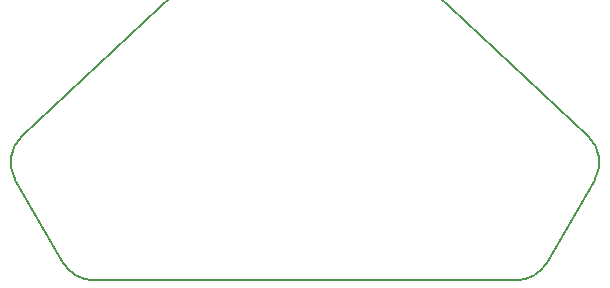
<source format=gbr>
G04 #@! TF.GenerationSoftware,KiCad,Pcbnew,(5.1.5)-3*
G04 #@! TF.CreationDate,2021-06-02T01:16:35-04:00*
G04 #@! TF.ProjectId,Toolhead_PCB,546f6f6c-6865-4616-945f-5043422e6b69,rev?*
G04 #@! TF.SameCoordinates,Original*
G04 #@! TF.FileFunction,Profile,NP*
%FSLAX46Y46*%
G04 Gerber Fmt 4.6, Leading zero omitted, Abs format (unit mm)*
G04 Created by KiCad (PCBNEW (5.1.5)-3) date 2021-06-02 01:16:35*
%MOMM*%
%LPD*%
G04 APERTURE LIST*
%ADD10C,0.150000*%
G04 APERTURE END LIST*
D10*
X82121451Y-110000000D02*
G75*
G02X79523375Y-108500000I0J3000000D01*
G01*
X75481923Y-101500000D02*
X79523375Y-108500000D01*
X75481923Y-101500000D02*
G75*
G02X76027080Y-97812416I2598077J1500000D01*
G01*
X87682481Y-86874500D02*
X76027080Y-97812416D01*
X87682482Y-86874500D02*
G75*
G02X112317518Y-86874500I12317518J-13125500D01*
G01*
X123972919Y-97812416D02*
X112317518Y-86874500D01*
X123972920Y-97812417D02*
G75*
G02X124518076Y-101500000I-2052920J-2187583D01*
G01*
X120476624Y-108500000D02*
X124518076Y-101500000D01*
X120476624Y-108500000D02*
G75*
G02X117878548Y-110000000I-2598076J1500000D01*
G01*
X82121451Y-110000000D02*
X117878548Y-110000000D01*
M02*

</source>
